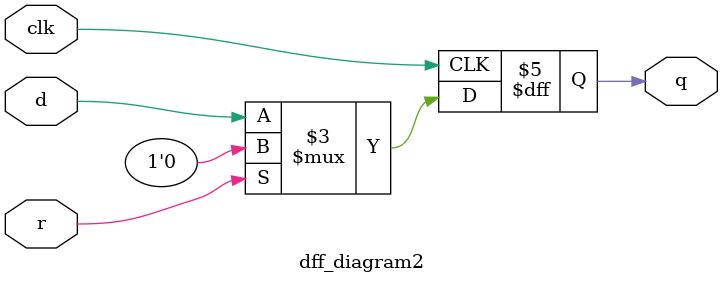
<source format=sv>
module dff_diagram2 
(
  input clk,
  input d, 
  input r,
  output q
);

  always @(posedge clk) begin
    if (r) begin
      q <= 0;
    end
    else begin
      q <= d;
    end
  end

endmodule
</source>
